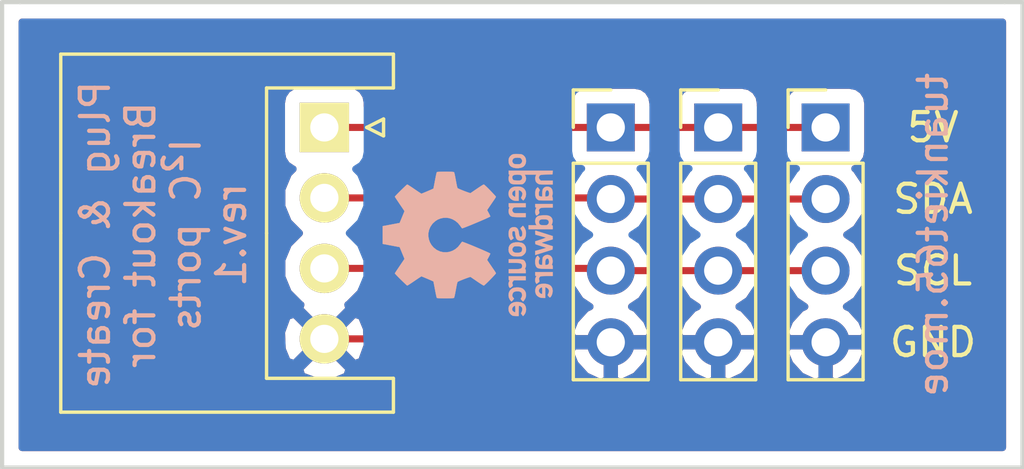
<source format=kicad_pcb>
(kicad_pcb (version 4) (host pcbnew 4.0.7)

  (general
    (links 12)
    (no_connects 0)
    (area 118.669999 101.524999 155.015001 118.185001)
    (thickness 1.6)
    (drawings 13)
    (tracks 15)
    (zones 0)
    (modules 5)
    (nets 5)
  )

  (page A4)
  (layers
    (0 F.Cu signal)
    (31 B.Cu signal)
    (32 B.Adhes user)
    (33 F.Adhes user)
    (34 B.Paste user)
    (35 F.Paste user)
    (36 B.SilkS user)
    (37 F.SilkS user)
    (38 B.Mask user)
    (39 F.Mask user)
    (40 Dwgs.User user)
    (41 Cmts.User user)
    (42 Eco1.User user)
    (43 Eco2.User user)
    (44 Edge.Cuts user)
    (45 Margin user)
    (46 B.CrtYd user)
    (47 F.CrtYd user)
    (48 B.Fab user)
    (49 F.Fab user hide)
  )

  (setup
    (last_trace_width 0.25)
    (trace_clearance 0.2)
    (zone_clearance 0.508)
    (zone_45_only no)
    (trace_min 0.2)
    (segment_width 0.2)
    (edge_width 0.15)
    (via_size 0.6)
    (via_drill 0.4)
    (via_min_size 0.4)
    (via_min_drill 0.3)
    (uvia_size 0.3)
    (uvia_drill 0.1)
    (uvias_allowed no)
    (uvia_min_size 0.2)
    (uvia_min_drill 0.1)
    (pcb_text_width 0.3)
    (pcb_text_size 1.5 1.5)
    (mod_edge_width 0.15)
    (mod_text_size 1 1)
    (mod_text_width 0.15)
    (pad_size 1.524 1.524)
    (pad_drill 0.762)
    (pad_to_mask_clearance 0.2)
    (aux_axis_origin 118.745 118.11)
    (visible_elements 7FFFFF7F)
    (pcbplotparams
      (layerselection 0x010fc_80000001)
      (usegerberextensions true)
      (excludeedgelayer true)
      (linewidth 0.100000)
      (plotframeref false)
      (viasonmask false)
      (mode 1)
      (useauxorigin true)
      (hpglpennumber 1)
      (hpglpenspeed 20)
      (hpglpendiameter 15)
      (hpglpenoverlay 2)
      (psnegative false)
      (psa4output false)
      (plotreference false)
      (plotvalue false)
      (plotinvisibletext false)
      (padsonsilk false)
      (subtractmaskfromsilk true)
      (outputformat 1)
      (mirror false)
      (drillshape 0)
      (scaleselection 1)
      (outputdirectory ../gerber/breakout_i2c/))
  )

  (net 0 "")
  (net 1 "Net-(J1-Pad1)")
  (net 2 "Net-(J1-Pad2)")
  (net 3 "Net-(J1-Pad3)")
  (net 4 GND)

  (net_class Default "This is the default net class."
    (clearance 0.2)
    (trace_width 0.25)
    (via_dia 0.6)
    (via_drill 0.4)
    (uvia_dia 0.3)
    (uvia_drill 0.1)
    (add_net GND)
    (add_net "Net-(J1-Pad1)")
    (add_net "Net-(J1-Pad2)")
    (add_net "Net-(J1-Pad3)")
  )

  (module Connectors_JST:JST_XH_S04B-XH-A_04x2.50mm_Angled (layer F.Cu) (tedit 59DAEAC3) (tstamp 59DAE29B)
    (at 130.175 106.045 270)
    (descr "JST XH series connector, S04B-XH-A, side entry type, through hole")
    (tags "connector jst xh tht side horizontal angled 2.50mm")
    (path /59DAE1F4)
    (fp_text reference J1 (at 3.75 -3.5 270) (layer F.SilkS) hide
      (effects (font (size 1 1) (thickness 0.15)))
    )
    (fp_text value Master (at 3.75 10.3 270) (layer F.Fab)
      (effects (font (size 1 1) (thickness 0.15)))
    )
    (fp_line (start -2.45 -2.3) (end -2.45 9.2) (layer F.Fab) (width 0.1))
    (fp_line (start -2.45 9.2) (end 9.95 9.2) (layer F.Fab) (width 0.1))
    (fp_line (start 9.95 9.2) (end 9.95 -2.3) (layer F.Fab) (width 0.1))
    (fp_line (start 9.95 -2.3) (end -2.45 -2.3) (layer F.Fab) (width 0.1))
    (fp_line (start -2.95 -2.8) (end -2.95 9.7) (layer F.CrtYd) (width 0.05))
    (fp_line (start -2.95 9.7) (end 10.45 9.7) (layer F.CrtYd) (width 0.05))
    (fp_line (start 10.45 9.7) (end 10.45 -2.8) (layer F.CrtYd) (width 0.05))
    (fp_line (start 10.45 -2.8) (end -2.95 -2.8) (layer F.CrtYd) (width 0.05))
    (fp_line (start 3.75 9.35) (end -2.6 9.35) (layer F.SilkS) (width 0.12))
    (fp_line (start -2.6 9.35) (end -2.6 -2.45) (layer F.SilkS) (width 0.12))
    (fp_line (start -2.6 -2.45) (end -1.4 -2.45) (layer F.SilkS) (width 0.12))
    (fp_line (start -1.4 -2.45) (end -1.4 2.05) (layer F.SilkS) (width 0.12))
    (fp_line (start -1.4 2.05) (end 3.75 2.05) (layer F.SilkS) (width 0.12))
    (fp_line (start 3.75 9.35) (end 10.1 9.35) (layer F.SilkS) (width 0.12))
    (fp_line (start 10.1 9.35) (end 10.1 -2.45) (layer F.SilkS) (width 0.12))
    (fp_line (start 10.1 -2.45) (end 8.9 -2.45) (layer F.SilkS) (width 0.12))
    (fp_line (start 8.9 -2.45) (end 8.9 2.05) (layer F.SilkS) (width 0.12))
    (fp_line (start 8.9 2.05) (end 3.75 2.05) (layer F.SilkS) (width 0.12))
    (fp_line (start -0.25 3.45) (end -0.25 8.7) (layer F.Fab) (width 0.1))
    (fp_line (start -0.25 8.7) (end 0.25 8.7) (layer F.Fab) (width 0.1))
    (fp_line (start 0.25 8.7) (end 0.25 3.45) (layer F.Fab) (width 0.1))
    (fp_line (start 0.25 3.45) (end -0.25 3.45) (layer F.Fab) (width 0.1))
    (fp_line (start 2.25 3.45) (end 2.25 8.7) (layer F.Fab) (width 0.1))
    (fp_line (start 2.25 8.7) (end 2.75 8.7) (layer F.Fab) (width 0.1))
    (fp_line (start 2.75 8.7) (end 2.75 3.45) (layer F.Fab) (width 0.1))
    (fp_line (start 2.75 3.45) (end 2.25 3.45) (layer F.Fab) (width 0.1))
    (fp_line (start 4.75 3.45) (end 4.75 8.7) (layer F.Fab) (width 0.1))
    (fp_line (start 4.75 8.7) (end 5.25 8.7) (layer F.Fab) (width 0.1))
    (fp_line (start 5.25 8.7) (end 5.25 3.45) (layer F.Fab) (width 0.1))
    (fp_line (start 5.25 3.45) (end 4.75 3.45) (layer F.Fab) (width 0.1))
    (fp_line (start 7.25 3.45) (end 7.25 8.7) (layer F.Fab) (width 0.1))
    (fp_line (start 7.25 8.7) (end 7.75 8.7) (layer F.Fab) (width 0.1))
    (fp_line (start 7.75 8.7) (end 7.75 3.45) (layer F.Fab) (width 0.1))
    (fp_line (start 7.75 3.45) (end 7.25 3.45) (layer F.Fab) (width 0.1))
    (fp_line (start 0 -1.5) (end -0.3 -2.1) (layer F.SilkS) (width 0.12))
    (fp_line (start -0.3 -2.1) (end 0.3 -2.1) (layer F.SilkS) (width 0.12))
    (fp_line (start 0.3 -2.1) (end 0 -1.5) (layer F.SilkS) (width 0.12))
    (fp_line (start 0 -1.5) (end -0.3 -2.1) (layer F.Fab) (width 0.1))
    (fp_line (start -0.3 -2.1) (end 0.3 -2.1) (layer F.Fab) (width 0.1))
    (fp_line (start 0.3 -2.1) (end 0 -1.5) (layer F.Fab) (width 0.1))
    (fp_text user %R (at 3.75 2.25 270) (layer F.Fab)
      (effects (font (size 1 1) (thickness 0.15)))
    )
    (pad 1 thru_hole rect (at 0 0 270) (size 1.75 1.75) (drill 1) (layers *.Cu *.Mask F.SilkS)
      (net 1 "Net-(J1-Pad1)"))
    (pad 2 thru_hole circle (at 2.5 0 270) (size 1.75 1.75) (drill 1) (layers *.Cu *.Mask F.SilkS)
      (net 2 "Net-(J1-Pad2)"))
    (pad 3 thru_hole circle (at 5 0 270) (size 1.75 1.75) (drill 1) (layers *.Cu *.Mask F.SilkS)
      (net 3 "Net-(J1-Pad3)"))
    (pad 4 thru_hole circle (at 7.5 0 270) (size 1.75 1.75) (drill 1) (layers *.Cu *.Mask F.SilkS)
      (net 4 GND))
    (model Connectors_JST.3dshapes/JST_XH_S04B-XH-A_04x2.50mm_Angled.wrl
      (at (xyz 0 0 0))
      (scale (xyz 1 1 1))
      (rotate (xyz 0 0 0))
    )
  )

  (module Pin_Headers:Pin_Header_Straight_1x04_Pitch2.54mm (layer F.Cu) (tedit 59DAEAD2) (tstamp 59DAE2F1)
    (at 147.955 106.045)
    (descr "Through hole straight pin header, 1x04, 2.54mm pitch, single row")
    (tags "Through hole pin header THT 1x04 2.54mm single row")
    (path /59DAE343)
    (fp_text reference J2 (at 0 -2.33) (layer F.SilkS) hide
      (effects (font (size 1 1) (thickness 0.15)))
    )
    (fp_text value Slave1 (at 0 9.95) (layer F.Fab)
      (effects (font (size 1 1) (thickness 0.15)))
    )
    (fp_line (start -0.635 -1.27) (end 1.27 -1.27) (layer F.Fab) (width 0.1))
    (fp_line (start 1.27 -1.27) (end 1.27 8.89) (layer F.Fab) (width 0.1))
    (fp_line (start 1.27 8.89) (end -1.27 8.89) (layer F.Fab) (width 0.1))
    (fp_line (start -1.27 8.89) (end -1.27 -0.635) (layer F.Fab) (width 0.1))
    (fp_line (start -1.27 -0.635) (end -0.635 -1.27) (layer F.Fab) (width 0.1))
    (fp_line (start -1.33 8.95) (end 1.33 8.95) (layer F.SilkS) (width 0.12))
    (fp_line (start -1.33 1.27) (end -1.33 8.95) (layer F.SilkS) (width 0.12))
    (fp_line (start 1.33 1.27) (end 1.33 8.95) (layer F.SilkS) (width 0.12))
    (fp_line (start -1.33 1.27) (end 1.33 1.27) (layer F.SilkS) (width 0.12))
    (fp_line (start -1.33 0) (end -1.33 -1.33) (layer F.SilkS) (width 0.12))
    (fp_line (start -1.33 -1.33) (end 0 -1.33) (layer F.SilkS) (width 0.12))
    (fp_line (start -1.8 -1.8) (end -1.8 9.4) (layer F.CrtYd) (width 0.05))
    (fp_line (start -1.8 9.4) (end 1.8 9.4) (layer F.CrtYd) (width 0.05))
    (fp_line (start 1.8 9.4) (end 1.8 -1.8) (layer F.CrtYd) (width 0.05))
    (fp_line (start 1.8 -1.8) (end -1.8 -1.8) (layer F.CrtYd) (width 0.05))
    (fp_text user %R (at 0 3.81 90) (layer F.Fab)
      (effects (font (size 1 1) (thickness 0.15)))
    )
    (pad 1 thru_hole rect (at 0 0) (size 1.7 1.7) (drill 1) (layers *.Cu *.Mask)
      (net 1 "Net-(J1-Pad1)"))
    (pad 2 thru_hole oval (at 0 2.54) (size 1.7 1.7) (drill 1) (layers *.Cu *.Mask)
      (net 2 "Net-(J1-Pad2)"))
    (pad 3 thru_hole oval (at 0 5.08) (size 1.7 1.7) (drill 1) (layers *.Cu *.Mask)
      (net 3 "Net-(J1-Pad3)"))
    (pad 4 thru_hole oval (at 0 7.62) (size 1.7 1.7) (drill 1) (layers *.Cu *.Mask)
      (net 4 GND))
    (model ${KISYS3DMOD}/Pin_Headers.3dshapes/Pin_Header_Straight_1x04_Pitch2.54mm.wrl
      (at (xyz 0 0 0))
      (scale (xyz 1 1 1))
      (rotate (xyz 0 0 0))
    )
  )

  (module Pin_Headers:Pin_Header_Straight_1x04_Pitch2.54mm (layer F.Cu) (tedit 59DAEAC7) (tstamp 59DAE2F8)
    (at 140.335 106.045)
    (descr "Through hole straight pin header, 1x04, 2.54mm pitch, single row")
    (tags "Through hole pin header THT 1x04 2.54mm single row")
    (path /59DAE399)
    (fp_text reference J3 (at 0 -2.33) (layer F.SilkS) hide
      (effects (font (size 1 1) (thickness 0.15)))
    )
    (fp_text value Slave2 (at 0 9.95) (layer F.Fab)
      (effects (font (size 1 1) (thickness 0.15)))
    )
    (fp_line (start -0.635 -1.27) (end 1.27 -1.27) (layer F.Fab) (width 0.1))
    (fp_line (start 1.27 -1.27) (end 1.27 8.89) (layer F.Fab) (width 0.1))
    (fp_line (start 1.27 8.89) (end -1.27 8.89) (layer F.Fab) (width 0.1))
    (fp_line (start -1.27 8.89) (end -1.27 -0.635) (layer F.Fab) (width 0.1))
    (fp_line (start -1.27 -0.635) (end -0.635 -1.27) (layer F.Fab) (width 0.1))
    (fp_line (start -1.33 8.95) (end 1.33 8.95) (layer F.SilkS) (width 0.12))
    (fp_line (start -1.33 1.27) (end -1.33 8.95) (layer F.SilkS) (width 0.12))
    (fp_line (start 1.33 1.27) (end 1.33 8.95) (layer F.SilkS) (width 0.12))
    (fp_line (start -1.33 1.27) (end 1.33 1.27) (layer F.SilkS) (width 0.12))
    (fp_line (start -1.33 0) (end -1.33 -1.33) (layer F.SilkS) (width 0.12))
    (fp_line (start -1.33 -1.33) (end 0 -1.33) (layer F.SilkS) (width 0.12))
    (fp_line (start -1.8 -1.8) (end -1.8 9.4) (layer F.CrtYd) (width 0.05))
    (fp_line (start -1.8 9.4) (end 1.8 9.4) (layer F.CrtYd) (width 0.05))
    (fp_line (start 1.8 9.4) (end 1.8 -1.8) (layer F.CrtYd) (width 0.05))
    (fp_line (start 1.8 -1.8) (end -1.8 -1.8) (layer F.CrtYd) (width 0.05))
    (fp_text user %R (at 0 3.81 90) (layer F.Fab)
      (effects (font (size 1 1) (thickness 0.15)))
    )
    (pad 1 thru_hole rect (at 0 0) (size 1.7 1.7) (drill 1) (layers *.Cu *.Mask)
      (net 1 "Net-(J1-Pad1)"))
    (pad 2 thru_hole oval (at 0 2.54) (size 1.7 1.7) (drill 1) (layers *.Cu *.Mask)
      (net 2 "Net-(J1-Pad2)"))
    (pad 3 thru_hole oval (at 0 5.08) (size 1.7 1.7) (drill 1) (layers *.Cu *.Mask)
      (net 3 "Net-(J1-Pad3)"))
    (pad 4 thru_hole oval (at 0 7.62) (size 1.7 1.7) (drill 1) (layers *.Cu *.Mask)
      (net 4 GND))
    (model ${KISYS3DMOD}/Pin_Headers.3dshapes/Pin_Header_Straight_1x04_Pitch2.54mm.wrl
      (at (xyz 0 0 0))
      (scale (xyz 1 1 1))
      (rotate (xyz 0 0 0))
    )
  )

  (module Pin_Headers:Pin_Header_Straight_1x04_Pitch2.54mm (layer F.Cu) (tedit 59DAEACF) (tstamp 59DAE2FF)
    (at 144.145 106.045)
    (descr "Through hole straight pin header, 1x04, 2.54mm pitch, single row")
    (tags "Through hole pin header THT 1x04 2.54mm single row")
    (path /59DAE417)
    (fp_text reference J4 (at 0 -2.33) (layer F.SilkS) hide
      (effects (font (size 1 1) (thickness 0.15)))
    )
    (fp_text value Slave3 (at 0 9.95) (layer F.Fab)
      (effects (font (size 1 1) (thickness 0.15)))
    )
    (fp_line (start -0.635 -1.27) (end 1.27 -1.27) (layer F.Fab) (width 0.1))
    (fp_line (start 1.27 -1.27) (end 1.27 8.89) (layer F.Fab) (width 0.1))
    (fp_line (start 1.27 8.89) (end -1.27 8.89) (layer F.Fab) (width 0.1))
    (fp_line (start -1.27 8.89) (end -1.27 -0.635) (layer F.Fab) (width 0.1))
    (fp_line (start -1.27 -0.635) (end -0.635 -1.27) (layer F.Fab) (width 0.1))
    (fp_line (start -1.33 8.95) (end 1.33 8.95) (layer F.SilkS) (width 0.12))
    (fp_line (start -1.33 1.27) (end -1.33 8.95) (layer F.SilkS) (width 0.12))
    (fp_line (start 1.33 1.27) (end 1.33 8.95) (layer F.SilkS) (width 0.12))
    (fp_line (start -1.33 1.27) (end 1.33 1.27) (layer F.SilkS) (width 0.12))
    (fp_line (start -1.33 0) (end -1.33 -1.33) (layer F.SilkS) (width 0.12))
    (fp_line (start -1.33 -1.33) (end 0 -1.33) (layer F.SilkS) (width 0.12))
    (fp_line (start -1.8 -1.8) (end -1.8 9.4) (layer F.CrtYd) (width 0.05))
    (fp_line (start -1.8 9.4) (end 1.8 9.4) (layer F.CrtYd) (width 0.05))
    (fp_line (start 1.8 9.4) (end 1.8 -1.8) (layer F.CrtYd) (width 0.05))
    (fp_line (start 1.8 -1.8) (end -1.8 -1.8) (layer F.CrtYd) (width 0.05))
    (fp_text user %R (at 0 3.81 90) (layer F.Fab)
      (effects (font (size 1 1) (thickness 0.15)))
    )
    (pad 1 thru_hole rect (at 0 0) (size 1.7 1.7) (drill 1) (layers *.Cu *.Mask)
      (net 1 "Net-(J1-Pad1)"))
    (pad 2 thru_hole oval (at 0 2.54) (size 1.7 1.7) (drill 1) (layers *.Cu *.Mask)
      (net 2 "Net-(J1-Pad2)"))
    (pad 3 thru_hole oval (at 0 5.08) (size 1.7 1.7) (drill 1) (layers *.Cu *.Mask)
      (net 3 "Net-(J1-Pad3)"))
    (pad 4 thru_hole oval (at 0 7.62) (size 1.7 1.7) (drill 1) (layers *.Cu *.Mask)
      (net 4 GND))
    (model ${KISYS3DMOD}/Pin_Headers.3dshapes/Pin_Header_Straight_1x04_Pitch2.54mm.wrl
      (at (xyz 0 0 0))
      (scale (xyz 1 1 1))
      (rotate (xyz 0 0 0))
    )
  )

  (module Symbols:OSHW-Logo_5.7x6mm_SilkScreen (layer B.Cu) (tedit 0) (tstamp 59DD73CE)
    (at 135.255 109.855 270)
    (descr "Open Source Hardware Logo")
    (tags "Logo OSHW")
    (attr virtual)
    (fp_text reference REF*** (at 0 0 270) (layer B.SilkS) hide
      (effects (font (size 1 1) (thickness 0.15)) (justify mirror))
    )
    (fp_text value OSHW-Logo_5.7x6mm_SilkScreen (at 0.75 0 270) (layer B.Fab) hide
      (effects (font (size 1 1) (thickness 0.15)) (justify mirror))
    )
    (fp_poly (pts (xy -1.908759 -1.469184) (xy -1.882247 -1.482282) (xy -1.849553 -1.505106) (xy -1.825725 -1.529996)
      (xy -1.809406 -1.561249) (xy -1.79924 -1.603166) (xy -1.793872 -1.660044) (xy -1.791944 -1.736184)
      (xy -1.791831 -1.768917) (xy -1.792161 -1.840656) (xy -1.793527 -1.891927) (xy -1.7965 -1.927404)
      (xy -1.801649 -1.951763) (xy -1.809543 -1.96968) (xy -1.817757 -1.981902) (xy -1.870187 -2.033905)
      (xy -1.93193 -2.065184) (xy -1.998536 -2.074592) (xy -2.065558 -2.06098) (xy -2.086792 -2.051354)
      (xy -2.137624 -2.024859) (xy -2.137624 -2.440052) (xy -2.100525 -2.420868) (xy -2.051643 -2.406025)
      (xy -1.991561 -2.402222) (xy -1.931564 -2.409243) (xy -1.886256 -2.425013) (xy -1.848675 -2.455047)
      (xy -1.816564 -2.498024) (xy -1.81415 -2.502436) (xy -1.803967 -2.523221) (xy -1.79653 -2.54417)
      (xy -1.791411 -2.569548) (xy -1.788181 -2.603618) (xy -1.786413 -2.650641) (xy -1.785677 -2.714882)
      (xy -1.785544 -2.787176) (xy -1.785544 -3.017822) (xy -1.923861 -3.017822) (xy -1.923861 -2.592533)
      (xy -1.962549 -2.559979) (xy -2.002738 -2.53394) (xy -2.040797 -2.529205) (xy -2.079066 -2.541389)
      (xy -2.099462 -2.55332) (xy -2.114642 -2.570313) (xy -2.125438 -2.595995) (xy -2.132683 -2.633991)
      (xy -2.137208 -2.687926) (xy -2.139844 -2.761425) (xy -2.140772 -2.810347) (xy -2.143911 -3.011535)
      (xy -2.209926 -3.015336) (xy -2.27594 -3.019136) (xy -2.27594 -1.77065) (xy -2.137624 -1.77065)
      (xy -2.134097 -1.840254) (xy -2.122215 -1.888569) (xy -2.10002 -1.918631) (xy -2.065559 -1.933471)
      (xy -2.030742 -1.936436) (xy -1.991329 -1.933028) (xy -1.965171 -1.919617) (xy -1.948814 -1.901896)
      (xy -1.935937 -1.882835) (xy -1.928272 -1.861601) (xy -1.924861 -1.831849) (xy -1.924749 -1.787236)
      (xy -1.925897 -1.74988) (xy -1.928532 -1.693604) (xy -1.932456 -1.656658) (xy -1.939063 -1.633223)
      (xy -1.949749 -1.61748) (xy -1.959833 -1.60838) (xy -2.00197 -1.588537) (xy -2.05184 -1.585332)
      (xy -2.080476 -1.592168) (xy -2.108828 -1.616464) (xy -2.127609 -1.663728) (xy -2.136712 -1.733624)
      (xy -2.137624 -1.77065) (xy -2.27594 -1.77065) (xy -2.27594 -1.458614) (xy -2.206782 -1.458614)
      (xy -2.16526 -1.460256) (xy -2.143838 -1.466087) (xy -2.137626 -1.477461) (xy -2.137624 -1.477798)
      (xy -2.134742 -1.488938) (xy -2.12203 -1.487673) (xy -2.096757 -1.475433) (xy -2.037869 -1.456707)
      (xy -1.971615 -1.454739) (xy -1.908759 -1.469184)) (layer B.SilkS) (width 0.01))
    (fp_poly (pts (xy -1.38421 -2.406555) (xy -1.325055 -2.422339) (xy -1.280023 -2.450948) (xy -1.248246 -2.488419)
      (xy -1.238366 -2.504411) (xy -1.231073 -2.521163) (xy -1.225974 -2.542592) (xy -1.222679 -2.572616)
      (xy -1.220797 -2.615154) (xy -1.219937 -2.674122) (xy -1.219707 -2.75344) (xy -1.219703 -2.774484)
      (xy -1.219703 -3.017822) (xy -1.280059 -3.017822) (xy -1.318557 -3.015126) (xy -1.347023 -3.008295)
      (xy -1.354155 -3.004083) (xy -1.373652 -2.996813) (xy -1.393566 -3.004083) (xy -1.426353 -3.01316)
      (xy -1.473978 -3.016813) (xy -1.526764 -3.015228) (xy -1.575036 -3.008589) (xy -1.603218 -3.000072)
      (xy -1.657753 -2.965063) (xy -1.691835 -2.916479) (xy -1.707157 -2.851882) (xy -1.707299 -2.850223)
      (xy -1.705955 -2.821566) (xy -1.584356 -2.821566) (xy -1.573726 -2.854161) (xy -1.55641 -2.872505)
      (xy -1.521652 -2.886379) (xy -1.475773 -2.891917) (xy -1.428988 -2.889191) (xy -1.391514 -2.878274)
      (xy -1.381015 -2.871269) (xy -1.362668 -2.838904) (xy -1.35802 -2.802111) (xy -1.35802 -2.753763)
      (xy -1.427582 -2.753763) (xy -1.493667 -2.75885) (xy -1.543764 -2.773263) (xy -1.574929 -2.795729)
      (xy -1.584356 -2.821566) (xy -1.705955 -2.821566) (xy -1.703987 -2.779647) (xy -1.68071 -2.723845)
      (xy -1.636948 -2.681647) (xy -1.630899 -2.677808) (xy -1.604907 -2.665309) (xy -1.572735 -2.65774)
      (xy -1.52776 -2.654061) (xy -1.474331 -2.653216) (xy -1.35802 -2.653169) (xy -1.35802 -2.604411)
      (xy -1.362953 -2.566581) (xy -1.375543 -2.541236) (xy -1.377017 -2.539887) (xy -1.405034 -2.5288)
      (xy -1.447326 -2.524503) (xy -1.494064 -2.526615) (xy -1.535418 -2.534756) (xy -1.559957 -2.546965)
      (xy -1.573253 -2.556746) (xy -1.587294 -2.558613) (xy -1.606671 -2.5506) (xy -1.635976 -2.530739)
      (xy -1.679803 -2.497063) (xy -1.683825 -2.493909) (xy -1.681764 -2.482236) (xy -1.664568 -2.462822)
      (xy -1.638433 -2.441248) (xy -1.609552 -2.423096) (xy -1.600478 -2.418809) (xy -1.56738 -2.410256)
      (xy -1.51888 -2.404155) (xy -1.464695 -2.401708) (xy -1.462161 -2.401703) (xy -1.38421 -2.406555)) (layer B.SilkS) (width 0.01))
    (fp_poly (pts (xy -0.993356 -2.40302) (xy -0.974539 -2.40866) (xy -0.968473 -2.421053) (xy -0.968218 -2.426647)
      (xy -0.967129 -2.44223) (xy -0.959632 -2.444676) (xy -0.939381 -2.433993) (xy -0.927351 -2.426694)
      (xy -0.8894 -2.411063) (xy -0.844072 -2.403334) (xy -0.796544 -2.40274) (xy -0.751995 -2.408513)
      (xy -0.715602 -2.419884) (xy -0.692543 -2.436088) (xy -0.687996 -2.456355) (xy -0.690291 -2.461843)
      (xy -0.70702 -2.484626) (xy -0.732963 -2.512647) (xy -0.737655 -2.517177) (xy -0.762383 -2.538005)
      (xy -0.783718 -2.544735) (xy -0.813555 -2.540038) (xy -0.825508 -2.536917) (xy -0.862705 -2.529421)
      (xy -0.888859 -2.532792) (xy -0.910946 -2.544681) (xy -0.931178 -2.560635) (xy -0.946079 -2.5807)
      (xy -0.956434 -2.608702) (xy -0.963029 -2.648467) (xy -0.966649 -2.703823) (xy -0.968078 -2.778594)
      (xy -0.968218 -2.82374) (xy -0.968218 -3.017822) (xy -1.09396 -3.017822) (xy -1.09396 -2.401683)
      (xy -1.031089 -2.401683) (xy -0.993356 -2.40302)) (layer B.SilkS) (width 0.01))
    (fp_poly (pts (xy -0.201188 -3.017822) (xy -0.270346 -3.017822) (xy -0.310488 -3.016645) (xy -0.331394 -3.011772)
      (xy -0.338922 -3.001186) (xy -0.339505 -2.994029) (xy -0.340774 -2.979676) (xy -0.348779 -2.976923)
      (xy -0.369815 -2.985771) (xy -0.386173 -2.994029) (xy -0.448977 -3.013597) (xy -0.517248 -3.014729)
      (xy -0.572752 -3.000135) (xy -0.624438 -2.964877) (xy -0.663838 -2.912835) (xy -0.685413 -2.85145)
      (xy -0.685962 -2.848018) (xy -0.689167 -2.810571) (xy -0.690761 -2.756813) (xy -0.690633 -2.716155)
      (xy -0.553279 -2.716155) (xy -0.550097 -2.770194) (xy -0.542859 -2.814735) (xy -0.53306 -2.839888)
      (xy -0.495989 -2.87426) (xy -0.451974 -2.886582) (xy -0.406584 -2.876618) (xy -0.367797 -2.846895)
      (xy -0.353108 -2.826905) (xy -0.344519 -2.80305) (xy -0.340496 -2.76823) (xy -0.339505 -2.71593)
      (xy -0.341278 -2.664139) (xy -0.345963 -2.618634) (xy -0.352603 -2.588181) (xy -0.35371 -2.585452)
      (xy -0.380491 -2.553) (xy -0.419579 -2.535183) (xy -0.463315 -2.532306) (xy -0.504038 -2.544674)
      (xy -0.534087 -2.572593) (xy -0.537204 -2.578148) (xy -0.546961 -2.612022) (xy -0.552277 -2.660728)
      (xy -0.553279 -2.716155) (xy -0.690633 -2.716155) (xy -0.690568 -2.69554) (xy -0.689664 -2.662563)
      (xy -0.683514 -2.580981) (xy -0.670733 -2.51973) (xy -0.649471 -2.474449) (xy -0.617878 -2.440779)
      (xy -0.587207 -2.421014) (xy -0.544354 -2.40712) (xy -0.491056 -2.402354) (xy -0.43648 -2.406236)
      (xy -0.389792 -2.418282) (xy -0.365124 -2.432693) (xy -0.339505 -2.455878) (xy -0.339505 -2.162773)
      (xy -0.201188 -2.162773) (xy -0.201188 -3.017822)) (layer B.SilkS) (width 0.01))
    (fp_poly (pts (xy 0.281524 -2.404237) (xy 0.331255 -2.407971) (xy 0.461291 -2.797773) (xy 0.481678 -2.728614)
      (xy 0.493946 -2.685874) (xy 0.510085 -2.628115) (xy 0.527512 -2.564625) (xy 0.536726 -2.53057)
      (xy 0.571388 -2.401683) (xy 0.714391 -2.401683) (xy 0.671646 -2.536857) (xy 0.650596 -2.603342)
      (xy 0.625167 -2.683539) (xy 0.59861 -2.767193) (xy 0.574902 -2.841782) (xy 0.520902 -3.011535)
      (xy 0.462598 -3.015328) (xy 0.404295 -3.019122) (xy 0.372679 -2.914734) (xy 0.353182 -2.849889)
      (xy 0.331904 -2.7784) (xy 0.313308 -2.715263) (xy 0.312574 -2.71275) (xy 0.298684 -2.669969)
      (xy 0.286429 -2.640779) (xy 0.277846 -2.629741) (xy 0.276082 -2.631018) (xy 0.269891 -2.64813)
      (xy 0.258128 -2.684787) (xy 0.242225 -2.736378) (xy 0.223614 -2.798294) (xy 0.213543 -2.832352)
      (xy 0.159007 -3.017822) (xy 0.043264 -3.017822) (xy -0.049263 -2.725471) (xy -0.075256 -2.643462)
      (xy -0.098934 -2.568987) (xy -0.11918 -2.505544) (xy -0.134874 -2.456632) (xy -0.144898 -2.425749)
      (xy -0.147945 -2.416726) (xy -0.145533 -2.407487) (xy -0.126592 -2.403441) (xy -0.087177 -2.403846)
      (xy -0.081007 -2.404152) (xy -0.007914 -2.407971) (xy 0.039957 -2.58401) (xy 0.057553 -2.648211)
      (xy 0.073277 -2.704649) (xy 0.085746 -2.748422) (xy 0.093574 -2.77463) (xy 0.09502 -2.778903)
      (xy 0.101014 -2.77399) (xy 0.113101 -2.748532) (xy 0.129893 -2.705997) (xy 0.150003 -2.64985)
      (xy 0.167003 -2.59913) (xy 0.231794 -2.400504) (xy 0.281524 -2.404237)) (layer B.SilkS) (width 0.01))
    (fp_poly (pts (xy 1.038411 -2.405417) (xy 1.091411 -2.41829) (xy 1.106731 -2.42511) (xy 1.136428 -2.442974)
      (xy 1.15922 -2.463093) (xy 1.176083 -2.488962) (xy 1.187998 -2.524073) (xy 1.195942 -2.57192)
      (xy 1.200894 -2.635996) (xy 1.203831 -2.719794) (xy 1.204947 -2.775768) (xy 1.209052 -3.017822)
      (xy 1.138932 -3.017822) (xy 1.096393 -3.016038) (xy 1.074476 -3.009942) (xy 1.068812 -2.999706)
      (xy 1.065821 -2.988637) (xy 1.052451 -2.990754) (xy 1.034233 -2.999629) (xy 0.988624 -3.013233)
      (xy 0.930007 -3.016899) (xy 0.868354 -3.010903) (xy 0.813638 -2.995521) (xy 0.80873 -2.993386)
      (xy 0.758723 -2.958255) (xy 0.725756 -2.909419) (xy 0.710587 -2.852333) (xy 0.711746 -2.831824)
      (xy 0.835508 -2.831824) (xy 0.846413 -2.859425) (xy 0.878745 -2.879204) (xy 0.93091 -2.889819)
      (xy 0.958787 -2.891228) (xy 1.005247 -2.88762) (xy 1.036129 -2.873597) (xy 1.043664 -2.866931)
      (xy 1.064076 -2.830666) (xy 1.068812 -2.797773) (xy 1.068812 -2.753763) (xy 1.007513 -2.753763)
      (xy 0.936256 -2.757395) (xy 0.886276 -2.768818) (xy 0.854696 -2.788824) (xy 0.847626 -2.797743)
      (xy 0.835508 -2.831824) (xy 0.711746 -2.831824) (xy 0.713971 -2.792456) (xy 0.736663 -2.735244)
      (xy 0.767624 -2.69658) (xy 0.786376 -2.679864) (xy 0.804733 -2.668878) (xy 0.828619 -2.66218)
      (xy 0.863957 -2.658326) (xy 0.916669 -2.655873) (xy 0.937577 -2.655168) (xy 1.068812 -2.650879)
      (xy 1.06862 -2.611158) (xy 1.063537 -2.569405) (xy 1.045162 -2.544158) (xy 1.008039 -2.52803)
      (xy 1.007043 -2.527742) (xy 0.95441 -2.5214) (xy 0.902906 -2.529684) (xy 0.86463 -2.549827)
      (xy 0.849272 -2.559773) (xy 0.83273 -2.558397) (xy 0.807275 -2.543987) (xy 0.792328 -2.533817)
      (xy 0.763091 -2.512088) (xy 0.74498 -2.4958) (xy 0.742074 -2.491137) (xy 0.75404 -2.467005)
      (xy 0.789396 -2.438185) (xy 0.804753 -2.428461) (xy 0.848901 -2.411714) (xy 0.908398 -2.402227)
      (xy 0.974487 -2.400095) (xy 1.038411 -2.405417)) (layer B.SilkS) (width 0.01))
    (fp_poly (pts (xy 1.635255 -2.401486) (xy 1.683595 -2.411015) (xy 1.711114 -2.425125) (xy 1.740064 -2.448568)
      (xy 1.698876 -2.500571) (xy 1.673482 -2.532064) (xy 1.656238 -2.547428) (xy 1.639102 -2.549776)
      (xy 1.614027 -2.542217) (xy 1.602257 -2.537941) (xy 1.55427 -2.531631) (xy 1.510324 -2.545156)
      (xy 1.47806 -2.57571) (xy 1.472819 -2.585452) (xy 1.467112 -2.611258) (xy 1.462706 -2.658817)
      (xy 1.459811 -2.724758) (xy 1.458631 -2.80571) (xy 1.458614 -2.817226) (xy 1.458614 -3.017822)
      (xy 1.320297 -3.017822) (xy 1.320297 -2.401683) (xy 1.389456 -2.401683) (xy 1.429333 -2.402725)
      (xy 1.450107 -2.407358) (xy 1.457789 -2.417849) (xy 1.458614 -2.427745) (xy 1.458614 -2.453806)
      (xy 1.491745 -2.427745) (xy 1.529735 -2.409965) (xy 1.58077 -2.401174) (xy 1.635255 -2.401486)) (layer B.SilkS) (width 0.01))
    (fp_poly (pts (xy 2.032581 -2.40497) (xy 2.092685 -2.420597) (xy 2.143021 -2.452848) (xy 2.167393 -2.47694)
      (xy 2.207345 -2.533895) (xy 2.230242 -2.599965) (xy 2.238108 -2.681182) (xy 2.238148 -2.687748)
      (xy 2.238218 -2.753763) (xy 1.858264 -2.753763) (xy 1.866363 -2.788342) (xy 1.880987 -2.819659)
      (xy 1.906581 -2.852291) (xy 1.911935 -2.8575) (xy 1.957943 -2.885694) (xy 2.01041 -2.890475)
      (xy 2.070803 -2.871926) (xy 2.08104 -2.866931) (xy 2.112439 -2.851745) (xy 2.13347 -2.843094)
      (xy 2.137139 -2.842293) (xy 2.149948 -2.850063) (xy 2.174378 -2.869072) (xy 2.186779 -2.87946)
      (xy 2.212476 -2.903321) (xy 2.220915 -2.919077) (xy 2.215058 -2.933571) (xy 2.211928 -2.937534)
      (xy 2.190725 -2.954879) (xy 2.155738 -2.975959) (xy 2.131337 -2.988265) (xy 2.062072 -3.009946)
      (xy 1.985388 -3.016971) (xy 1.912765 -3.008647) (xy 1.892426 -3.002686) (xy 1.829476 -2.968952)
      (xy 1.782815 -2.917045) (xy 1.752173 -2.846459) (xy 1.737282 -2.756692) (xy 1.735647 -2.709753)
      (xy 1.740421 -2.641413) (xy 1.86099 -2.641413) (xy 1.872652 -2.646465) (xy 1.903998 -2.650429)
      (xy 1.949571 -2.652768) (xy 1.980446 -2.653169) (xy 2.035981 -2.652783) (xy 2.071033 -2.650975)
      (xy 2.090262 -2.646773) (xy 2.09833 -2.639203) (xy 2.099901 -2.628218) (xy 2.089121 -2.594381)
      (xy 2.06198 -2.56094) (xy 2.026277 -2.535272) (xy 1.99056 -2.524772) (xy 1.942048 -2.534086)
      (xy 1.900053 -2.561013) (xy 1.870936 -2.599827) (xy 1.86099 -2.641413) (xy 1.740421 -2.641413)
      (xy 1.742599 -2.610236) (xy 1.764055 -2.530949) (xy 1.80047 -2.471263) (xy 1.852297 -2.430549)
      (xy 1.91999 -2.408179) (xy 1.956662 -2.403871) (xy 2.032581 -2.40497)) (layer B.SilkS) (width 0.01))
    (fp_poly (pts (xy -2.538261 -1.465148) (xy -2.472479 -1.494231) (xy -2.42254 -1.542793) (xy -2.388374 -1.610908)
      (xy -2.369907 -1.698651) (xy -2.368583 -1.712351) (xy -2.367546 -1.808939) (xy -2.380993 -1.893602)
      (xy -2.408108 -1.962221) (xy -2.422627 -1.984294) (xy -2.473201 -2.031011) (xy -2.537609 -2.061268)
      (xy -2.609666 -2.073824) (xy -2.683185 -2.067439) (xy -2.739072 -2.047772) (xy -2.787132 -2.014629)
      (xy -2.826412 -1.971175) (xy -2.827092 -1.970158) (xy -2.843044 -1.943338) (xy -2.85341 -1.916368)
      (xy -2.859688 -1.882332) (xy -2.863373 -1.83431) (xy -2.864997 -1.794931) (xy -2.865672 -1.759219)
      (xy -2.739955 -1.759219) (xy -2.738726 -1.79477) (xy -2.734266 -1.842094) (xy -2.726397 -1.872465)
      (xy -2.712207 -1.894072) (xy -2.698917 -1.906694) (xy -2.651802 -1.933122) (xy -2.602505 -1.936653)
      (xy -2.556593 -1.917639) (xy -2.533638 -1.896331) (xy -2.517096 -1.874859) (xy -2.507421 -1.854313)
      (xy -2.503174 -1.827574) (xy -2.50292 -1.787523) (xy -2.504228 -1.750638) (xy -2.507043 -1.697947)
      (xy -2.511505 -1.663772) (xy -2.519548 -1.64148) (xy -2.533103 -1.624442) (xy -2.543845 -1.614703)
      (xy -2.588777 -1.589123) (xy -2.637249 -1.587847) (xy -2.677894 -1.602999) (xy -2.712567 -1.634642)
      (xy -2.733224 -1.68662) (xy -2.739955 -1.759219) (xy -2.865672 -1.759219) (xy -2.866479 -1.716621)
      (xy -2.863948 -1.658056) (xy -2.856362 -1.614007) (xy -2.842681 -1.579248) (xy -2.821865 -1.548551)
      (xy -2.814147 -1.539436) (xy -2.765889 -1.494021) (xy -2.714128 -1.467493) (xy -2.650828 -1.456379)
      (xy -2.619961 -1.455471) (xy -2.538261 -1.465148)) (layer B.SilkS) (width 0.01))
    (fp_poly (pts (xy -1.356699 -1.472614) (xy -1.344168 -1.478514) (xy -1.300799 -1.510283) (xy -1.25979 -1.556646)
      (xy -1.229168 -1.607696) (xy -1.220459 -1.631166) (xy -1.212512 -1.673091) (xy -1.207774 -1.723757)
      (xy -1.207199 -1.744679) (xy -1.207129 -1.810693) (xy -1.587083 -1.810693) (xy -1.578983 -1.845273)
      (xy -1.559104 -1.88617) (xy -1.524347 -1.921514) (xy -1.482998 -1.944282) (xy -1.456649 -1.94901)
      (xy -1.420916 -1.943273) (xy -1.378282 -1.928882) (xy -1.363799 -1.922262) (xy -1.31024 -1.895513)
      (xy -1.264533 -1.930376) (xy -1.238158 -1.953955) (xy -1.224124 -1.973417) (xy -1.223414 -1.979129)
      (xy -1.235951 -1.992973) (xy -1.263428 -2.014012) (xy -1.288366 -2.030425) (xy -1.355664 -2.05993)
      (xy -1.43111 -2.073284) (xy -1.505888 -2.069812) (xy -1.565495 -2.051663) (xy -1.626941 -2.012784)
      (xy -1.670608 -1.961595) (xy -1.697926 -1.895367) (xy -1.710322 -1.811371) (xy -1.711421 -1.772936)
      (xy -1.707022 -1.684861) (xy -1.706482 -1.682299) (xy -1.580582 -1.682299) (xy -1.577115 -1.690558)
      (xy -1.562863 -1.695113) (xy -1.53347 -1.697065) (xy -1.484575 -1.697517) (xy -1.465748 -1.697525)
      (xy -1.408467 -1.696843) (xy -1.372141 -1.694364) (xy -1.352604 -1.689443) (xy -1.34569 -1.681434)
      (xy -1.345445 -1.678862) (xy -1.353336 -1.658423) (xy -1.373085 -1.629789) (xy -1.381575 -1.619763)
      (xy -1.413094 -1.591408) (xy -1.445949 -1.580259) (xy -1.463651 -1.579327) (xy -1.511539 -1.590981)
      (xy -1.551699 -1.622285) (xy -1.577173 -1.667752) (xy -1.577625 -1.669233) (xy -1.580582 -1.682299)
      (xy -1.706482 -1.682299) (xy -1.692392 -1.61551) (xy -1.666038 -1.560025) (xy -1.633807 -1.520639)
      (xy -1.574217 -1.477931) (xy -1.504168 -1.455109) (xy -1.429661 -1.453046) (xy -1.356699 -1.472614)) (layer B.SilkS) (width 0.01))
    (fp_poly (pts (xy 0.014017 -1.456452) (xy 0.061634 -1.465482) (xy 0.111034 -1.48437) (xy 0.116312 -1.486777)
      (xy 0.153774 -1.506476) (xy 0.179717 -1.524781) (xy 0.188103 -1.536508) (xy 0.180117 -1.555632)
      (xy 0.16072 -1.58385) (xy 0.15211 -1.594384) (xy 0.116628 -1.635847) (xy 0.070885 -1.608858)
      (xy 0.02735 -1.590878) (xy -0.02295 -1.581267) (xy -0.071188 -1.58066) (xy -0.108533 -1.589691)
      (xy -0.117495 -1.595327) (xy -0.134563 -1.621171) (xy -0.136637 -1.650941) (xy -0.123866 -1.674197)
      (xy -0.116312 -1.678708) (xy -0.093675 -1.684309) (xy -0.053885 -1.690892) (xy -0.004834 -1.697183)
      (xy 0.004215 -1.69817) (xy 0.082996 -1.711798) (xy 0.140136 -1.734946) (xy 0.17803 -1.769752)
      (xy 0.199079 -1.818354) (xy 0.205635 -1.877718) (xy 0.196577 -1.945198) (xy 0.167164 -1.998188)
      (xy 0.117278 -2.036783) (xy 0.0468 -2.061081) (xy -0.031435 -2.070667) (xy -0.095234 -2.070552)
      (xy -0.146984 -2.061845) (xy -0.182327 -2.049825) (xy -0.226983 -2.02888) (xy -0.268253 -2.004574)
      (xy -0.282921 -1.993876) (xy -0.320643 -1.963084) (xy -0.275148 -1.917049) (xy -0.229653 -1.871013)
      (xy -0.177928 -1.905243) (xy -0.126048 -1.930952) (xy -0.070649 -1.944399) (xy -0.017395 -1.945818)
      (xy 0.028049 -1.935443) (xy 0.060016 -1.913507) (xy 0.070338 -1.894998) (xy 0.068789 -1.865314)
      (xy 0.04314 -1.842615) (xy -0.00654 -1.82694) (xy -0.060969 -1.819695) (xy -0.144736 -1.805873)
      (xy -0.206967 -1.779796) (xy -0.248493 -1.740699) (xy -0.270147 -1.68782) (xy -0.273147 -1.625126)
      (xy -0.258329 -1.559642) (xy -0.224546 -1.510144) (xy -0.171495 -1.476408) (xy -0.098874 -1.458207)
      (xy -0.045072 -1.454639) (xy 0.014017 -1.456452)) (layer B.SilkS) (width 0.01))
    (fp_poly (pts (xy 0.610762 -1.466055) (xy 0.674363 -1.500692) (xy 0.724123 -1.555372) (xy 0.747568 -1.599842)
      (xy 0.757634 -1.639121) (xy 0.764156 -1.695116) (xy 0.766951 -1.759621) (xy 0.765836 -1.824429)
      (xy 0.760626 -1.881334) (xy 0.754541 -1.911727) (xy 0.734014 -1.953306) (xy 0.698463 -1.997468)
      (xy 0.655619 -2.036087) (xy 0.613211 -2.061034) (xy 0.612177 -2.06143) (xy 0.559553 -2.072331)
      (xy 0.497188 -2.072601) (xy 0.437924 -2.062676) (xy 0.41504 -2.054722) (xy 0.356102 -2.0213)
      (xy 0.31389 -1.977511) (xy 0.286156 -1.919538) (xy 0.270651 -1.843565) (xy 0.267143 -1.803771)
      (xy 0.26759 -1.753766) (xy 0.402376 -1.753766) (xy 0.406917 -1.826732) (xy 0.419986 -1.882334)
      (xy 0.440756 -1.917861) (xy 0.455552 -1.92802) (xy 0.493464 -1.935104) (xy 0.538527 -1.933007)
      (xy 0.577487 -1.922812) (xy 0.587704 -1.917204) (xy 0.614659 -1.884538) (xy 0.632451 -1.834545)
      (xy 0.640024 -1.773705) (xy 0.636325 -1.708497) (xy 0.628057 -1.669253) (xy 0.60432 -1.623805)
      (xy 0.566849 -1.595396) (xy 0.52172 -1.585573) (xy 0.475011 -1.595887) (xy 0.439132 -1.621112)
      (xy 0.420277 -1.641925) (xy 0.409272 -1.662439) (xy 0.404026 -1.690203) (xy 0.402449 -1.732762)
      (xy 0.402376 -1.753766) (xy 0.26759 -1.753766) (xy 0.268094 -1.69758) (xy 0.285388 -1.610501)
      (xy 0.319029 -1.54253) (xy 0.369018 -1.493664) (xy 0.435356 -1.463899) (xy 0.449601 -1.460448)
      (xy 0.53521 -1.452345) (xy 0.610762 -1.466055)) (layer B.SilkS) (width 0.01))
    (fp_poly (pts (xy 0.993367 -1.654342) (xy 0.994555 -1.746563) (xy 0.998897 -1.81661) (xy 1.007558 -1.867381)
      (xy 1.021704 -1.901772) (xy 1.0425 -1.922679) (xy 1.07111 -1.933) (xy 1.106535 -1.935636)
      (xy 1.143636 -1.932682) (xy 1.171818 -1.921889) (xy 1.192243 -1.90036) (xy 1.206079 -1.865199)
      (xy 1.214491 -1.81351) (xy 1.218643 -1.742394) (xy 1.219703 -1.654342) (xy 1.219703 -1.458614)
      (xy 1.35802 -1.458614) (xy 1.35802 -2.062179) (xy 1.288862 -2.062179) (xy 1.24717 -2.060489)
      (xy 1.225701 -2.054556) (xy 1.219703 -2.043293) (xy 1.216091 -2.033261) (xy 1.201714 -2.035383)
      (xy 1.172736 -2.04958) (xy 1.106319 -2.07148) (xy 1.035875 -2.069928) (xy 0.968377 -2.046147)
      (xy 0.936233 -2.027362) (xy 0.911715 -2.007022) (xy 0.893804 -1.981573) (xy 0.881479 -1.947458)
      (xy 0.873723 -1.901121) (xy 0.869516 -1.839007) (xy 0.86784 -1.757561) (xy 0.867624 -1.694578)
      (xy 0.867624 -1.458614) (xy 0.993367 -1.458614) (xy 0.993367 -1.654342)) (layer B.SilkS) (width 0.01))
    (fp_poly (pts (xy 2.217226 -1.46388) (xy 2.29008 -1.49483) (xy 2.313027 -1.509895) (xy 2.342354 -1.533048)
      (xy 2.360764 -1.551253) (xy 2.363961 -1.557183) (xy 2.354935 -1.57034) (xy 2.331837 -1.592667)
      (xy 2.313344 -1.60825) (xy 2.262728 -1.648926) (xy 2.22276 -1.615295) (xy 2.191874 -1.593584)
      (xy 2.161759 -1.58609) (xy 2.127292 -1.58792) (xy 2.072561 -1.601528) (xy 2.034886 -1.629772)
      (xy 2.011991 -1.675433) (xy 2.001597 -1.741289) (xy 2.001595 -1.741331) (xy 2.002494 -1.814939)
      (xy 2.016463 -1.868946) (xy 2.044328 -1.905716) (xy 2.063325 -1.918168) (xy 2.113776 -1.933673)
      (xy 2.167663 -1.933683) (xy 2.214546 -1.918638) (xy 2.225644 -1.911287) (xy 2.253476 -1.892511)
      (xy 2.275236 -1.889434) (xy 2.298704 -1.903409) (xy 2.324649 -1.92851) (xy 2.365716 -1.97088)
      (xy 2.320121 -2.008464) (xy 2.249674 -2.050882) (xy 2.170233 -2.071785) (xy 2.087215 -2.070272)
      (xy 2.032694 -2.056411) (xy 1.96897 -2.022135) (xy 1.918005 -1.968212) (xy 1.894851 -1.930149)
      (xy 1.876099 -1.875536) (xy 1.866715 -1.806369) (xy 1.866643 -1.731407) (xy 1.875824 -1.659409)
      (xy 1.894199 -1.599137) (xy 1.897093 -1.592958) (xy 1.939952 -1.532351) (xy 1.997979 -1.488224)
      (xy 2.066591 -1.461493) (xy 2.141201 -1.453073) (xy 2.217226 -1.46388)) (layer B.SilkS) (width 0.01))
    (fp_poly (pts (xy 2.677898 -1.456457) (xy 2.710096 -1.464279) (xy 2.771825 -1.492921) (xy 2.82461 -1.536667)
      (xy 2.861141 -1.589117) (xy 2.86616 -1.600893) (xy 2.873045 -1.63174) (xy 2.877864 -1.677371)
      (xy 2.879505 -1.723492) (xy 2.879505 -1.810693) (xy 2.697178 -1.810693) (xy 2.621979 -1.810978)
      (xy 2.569003 -1.812704) (xy 2.535325 -1.817181) (xy 2.51802 -1.82572) (xy 2.514163 -1.83963)
      (xy 2.520829 -1.860222) (xy 2.53277 -1.884315) (xy 2.56608 -1.924525) (xy 2.612368 -1.944558)
      (xy 2.668944 -1.943905) (xy 2.733031 -1.922101) (xy 2.788417 -1.895193) (xy 2.834375 -1.931532)
      (xy 2.880333 -1.967872) (xy 2.837096 -2.007819) (xy 2.779374 -2.045563) (xy 2.708386 -2.06832)
      (xy 2.632029 -2.074688) (xy 2.558199 -2.063268) (xy 2.546287 -2.059393) (xy 2.481399 -2.025506)
      (xy 2.43313 -1.974986) (xy 2.400465 -1.906325) (xy 2.382385 -1.818014) (xy 2.382175 -1.816121)
      (xy 2.380556 -1.719878) (xy 2.3871 -1.685542) (xy 2.514852 -1.685542) (xy 2.526584 -1.690822)
      (xy 2.558438 -1.694867) (xy 2.605397 -1.697176) (xy 2.635154 -1.697525) (xy 2.690648 -1.697306)
      (xy 2.725346 -1.695916) (xy 2.743601 -1.692251) (xy 2.749766 -1.68521) (xy 2.748195 -1.67369)
      (xy 2.746878 -1.669233) (xy 2.724382 -1.627355) (xy 2.689003 -1.593604) (xy 2.65778 -1.578773)
      (xy 2.616301 -1.579668) (xy 2.574269 -1.598164) (xy 2.539012 -1.628786) (xy 2.517854 -1.666062)
      (xy 2.514852 -1.685542) (xy 2.3871 -1.685542) (xy 2.39669 -1.635229) (xy 2.428698 -1.564191)
      (xy 2.474701 -1.508779) (xy 2.532821 -1.471009) (xy 2.60118 -1.452896) (xy 2.677898 -1.456457)) (layer B.SilkS) (width 0.01))
    (fp_poly (pts (xy -0.754012 -1.469002) (xy -0.722717 -1.48395) (xy -0.692409 -1.505541) (xy -0.669318 -1.530391)
      (xy -0.6525 -1.562087) (xy -0.641006 -1.604214) (xy -0.633891 -1.660358) (xy -0.630207 -1.734106)
      (xy -0.629008 -1.829044) (xy -0.628989 -1.838985) (xy -0.628713 -2.062179) (xy -0.76703 -2.062179)
      (xy -0.76703 -1.856418) (xy -0.767128 -1.780189) (xy -0.767809 -1.724939) (xy -0.769651 -1.686501)
      (xy -0.773233 -1.660706) (xy -0.779132 -1.643384) (xy -0.787927 -1.630368) (xy -0.80018 -1.617507)
      (xy -0.843047 -1.589873) (xy -0.889843 -1.584745) (xy -0.934424 -1.602217) (xy -0.949928 -1.615221)
      (xy -0.96131 -1.627447) (xy -0.969481 -1.64054) (xy -0.974974 -1.658615) (xy -0.97832 -1.685787)
      (xy -0.980051 -1.72617) (xy -0.980697 -1.783879) (xy -0.980792 -1.854132) (xy -0.980792 -2.062179)
      (xy -1.119109 -2.062179) (xy -1.119109 -1.458614) (xy -1.04995 -1.458614) (xy -1.008428 -1.460256)
      (xy -0.987006 -1.466087) (xy -0.980795 -1.477461) (xy -0.980792 -1.477798) (xy -0.97791 -1.488938)
      (xy -0.965199 -1.487674) (xy -0.939926 -1.475434) (xy -0.882605 -1.457424) (xy -0.817037 -1.455421)
      (xy -0.754012 -1.469002)) (layer B.SilkS) (width 0.01))
    (fp_poly (pts (xy 1.79946 -1.45803) (xy 1.842711 -1.471245) (xy 1.870558 -1.487941) (xy 1.879629 -1.501145)
      (xy 1.877132 -1.516797) (xy 1.860931 -1.541385) (xy 1.847232 -1.5588) (xy 1.818992 -1.590283)
      (xy 1.797775 -1.603529) (xy 1.779688 -1.602664) (xy 1.726035 -1.58901) (xy 1.68663 -1.58963)
      (xy 1.654632 -1.605104) (xy 1.64389 -1.614161) (xy 1.609505 -1.646027) (xy 1.609505 -2.062179)
      (xy 1.471188 -2.062179) (xy 1.471188 -1.458614) (xy 1.540347 -1.458614) (xy 1.581869 -1.460256)
      (xy 1.603291 -1.466087) (xy 1.609502 -1.477461) (xy 1.609505 -1.477798) (xy 1.612439 -1.489713)
      (xy 1.625704 -1.488159) (xy 1.644084 -1.479563) (xy 1.682046 -1.463568) (xy 1.712872 -1.453945)
      (xy 1.752536 -1.451478) (xy 1.79946 -1.45803)) (layer B.SilkS) (width 0.01))
    (fp_poly (pts (xy 0.376964 2.709982) (xy 0.433812 2.40843) (xy 0.853338 2.235488) (xy 1.104984 2.406605)
      (xy 1.175458 2.45425) (xy 1.239163 2.49679) (xy 1.293126 2.532285) (xy 1.334373 2.55879)
      (xy 1.359934 2.574364) (xy 1.366895 2.577722) (xy 1.379435 2.569086) (xy 1.406231 2.545208)
      (xy 1.44428 2.509141) (xy 1.490579 2.463933) (xy 1.542123 2.412636) (xy 1.595909 2.358299)
      (xy 1.648935 2.303972) (xy 1.698195 2.252705) (xy 1.740687 2.207549) (xy 1.773407 2.171554)
      (xy 1.793351 2.14777) (xy 1.798119 2.13981) (xy 1.791257 2.125135) (xy 1.77202 2.092986)
      (xy 1.74243 2.046508) (xy 1.70451 1.988844) (xy 1.660282 1.92314) (xy 1.634654 1.885664)
      (xy 1.587941 1.817232) (xy 1.546432 1.75548) (xy 1.51214 1.703481) (xy 1.48708 1.664308)
      (xy 1.473264 1.641035) (xy 1.471188 1.636145) (xy 1.475895 1.622245) (xy 1.488723 1.58985)
      (xy 1.507738 1.543515) (xy 1.531003 1.487794) (xy 1.556584 1.427242) (xy 1.582545 1.366414)
      (xy 1.60695 1.309864) (xy 1.627863 1.262148) (xy 1.643349 1.227819) (xy 1.651472 1.211432)
      (xy 1.651952 1.210788) (xy 1.664707 1.207659) (xy 1.698677 1.200679) (xy 1.75034 1.190533)
      (xy 1.816176 1.177908) (xy 1.892664 1.163491) (xy 1.93729 1.155177) (xy 2.019021 1.139616)
      (xy 2.092843 1.124808) (xy 2.155021 1.111564) (xy 2.201822 1.100695) (xy 2.229509 1.093011)
      (xy 2.235074 1.090573) (xy 2.240526 1.07407) (xy 2.244924 1.0368) (xy 2.248272 0.98312)
      (xy 2.250574 0.917388) (xy 2.251832 0.843963) (xy 2.252048 0.767204) (xy 2.251227 0.691468)
      (xy 2.249371 0.621114) (xy 2.246482 0.5605) (xy 2.242565 0.513984) (xy 2.237622 0.485925)
      (xy 2.234657 0.480084) (xy 2.216934 0.473083) (xy 2.179381 0.463073) (xy 2.126964 0.451231)
      (xy 2.064652 0.438733) (xy 2.0429 0.43469) (xy 1.938024 0.41548) (xy 1.85518 0.400009)
      (xy 1.79163 0.387663) (xy 1.744637 0.377827) (xy 1.711463 0.369886) (xy 1.689371 0.363224)
      (xy 1.675624 0.357227) (xy 1.667484 0.351281) (xy 1.666345 0.350106) (xy 1.654977 0.331174)
      (xy 1.637635 0.294331) (xy 1.61605 0.244087) (xy 1.591954 0.184954) (xy 1.567079 0.121444)
      (xy 1.543157 0.058068) (xy 1.521919 -0.000662) (xy 1.505097 -0.050235) (xy 1.494422 -0.086139)
      (xy 1.491627 -0.103862) (xy 1.49186 -0.104483) (xy 1.501331 -0.11897) (xy 1.522818 -0.150844)
      (xy 1.554063 -0.196789) (xy 1.592807 -0.253485) (xy 1.636793 -0.317617) (xy 1.649319 -0.335842)
      (xy 1.693984 -0.401914) (xy 1.733288 -0.4622) (xy 1.765088 -0.513235) (xy 1.787245 -0.55156)
      (xy 1.797617 -0.573711) (xy 1.798119 -0.576432) (xy 1.789405 -0.590736) (xy 1.765325 -0.619072)
      (xy 1.728976 -0.658396) (xy 1.683453 -0.705661) (xy 1.631852 -0.757823) (xy 1.577267 -0.811835)
      (xy 1.522794 -0.864653) (xy 1.471529 -0.913231) (xy 1.426567 -0.954523) (xy 1.391004 -0.985485)
      (xy 1.367935 -1.00307) (xy 1.361554 -1.005941) (xy 1.346699 -0.999178) (xy 1.316286 -0.980939)
      (xy 1.275268 -0.954297) (xy 1.243709 -0.932852) (xy 1.186525 -0.893503) (xy 1.118806 -0.847171)
      (xy 1.05088 -0.800913) (xy 1.014361 -0.776155) (xy 0.890752 -0.692547) (xy 0.786991 -0.74865)
      (xy 0.73972 -0.773228) (xy 0.699523 -0.792331) (xy 0.672326 -0.803227) (xy 0.665402 -0.804743)
      (xy 0.657077 -0.793549) (xy 0.640654 -0.761917) (xy 0.617357 -0.712765) (xy 0.588414 -0.64901)
      (xy 0.55505 -0.573571) (xy 0.518491 -0.489364) (xy 0.479964 -0.399308) (xy 0.440694 -0.306321)
      (xy 0.401908 -0.21332) (xy 0.36483 -0.123223) (xy 0.330689 -0.038948) (xy 0.300708 0.036587)
      (xy 0.276116 0.100466) (xy 0.258136 0.149769) (xy 0.247997 0.181579) (xy 0.246366 0.192504)
      (xy 0.259291 0.206439) (xy 0.287589 0.22906) (xy 0.325346 0.255667) (xy 0.328515 0.257772)
      (xy 0.4261 0.335886) (xy 0.504786 0.427018) (xy 0.563891 0.528255) (xy 0.602732 0.636682)
      (xy 0.620628 0.749386) (xy 0.616897 0.863452) (xy 0.590857 0.975966) (xy 0.541825 1.084015)
      (xy 0.5274 1.107655) (xy 0.452369 1.203113) (xy 0.36373 1.279768) (xy 0.264549 1.33722)
      (xy 0.157895 1.375071) (xy 0.046836 1.392922) (xy -0.065561 1.390375) (xy -0.176227 1.36703)
      (xy -0.282094 1.32249) (xy -0.380095 1.256355) (xy -0.41041 1.229513) (xy -0.487562 1.145488)
      (xy -0.543782 1.057034) (xy -0.582347 0.957885) (xy -0.603826 0.859697) (xy -0.609128 0.749303)
      (xy -0.591448 0.63836) (xy -0.552581 0.530619) (xy -0.494323 0.429831) (xy -0.418469 0.339744)
      (xy -0.326817 0.264108) (xy -0.314772 0.256136) (xy -0.276611 0.230026) (xy -0.247601 0.207405)
      (xy -0.233732 0.192961) (xy -0.233531 0.192504) (xy -0.236508 0.176879) (xy -0.248311 0.141418)
      (xy -0.267714 0.089038) (xy -0.293488 0.022655) (xy -0.324409 -0.054814) (xy -0.359249 -0.14045)
      (xy -0.396783 -0.231337) (xy -0.435783 -0.324559) (xy -0.475023 -0.417197) (xy -0.513276 -0.506335)
      (xy -0.549317 -0.589055) (xy -0.581917 -0.662441) (xy -0.609852 -0.723575) (xy -0.631895 -0.769541)
      (xy -0.646818 -0.797421) (xy -0.652828 -0.804743) (xy -0.671191 -0.799041) (xy -0.705552 -0.783749)
      (xy -0.749984 -0.761599) (xy -0.774417 -0.74865) (xy -0.878178 -0.692547) (xy -1.001787 -0.776155)
      (xy -1.064886 -0.818987) (xy -1.13397 -0.866122) (xy -1.198707 -0.910503) (xy -1.231134 -0.932852)
      (xy -1.276741 -0.963477) (xy -1.31536 -0.987747) (xy -1.341952 -1.002587) (xy -1.35059 -1.005724)
      (xy -1.363161 -0.997261) (xy -1.390984 -0.973636) (xy -1.431361 -0.937302) (xy -1.481595 -0.890711)
      (xy -1.538988 -0.836317) (xy -1.575286 -0.801392) (xy -1.63879 -0.738996) (xy -1.693673 -0.683188)
      (xy -1.737714 -0.636354) (xy -1.768695 -0.600882) (xy -1.784398 -0.579161) (xy -1.785905 -0.574752)
      (xy -1.778914 -0.557985) (xy -1.759594 -0.524082) (xy -1.730091 -0.476476) (xy -1.692545 -0.418599)
      (xy -1.6491 -0.353884) (xy -1.636745 -0.335842) (xy -1.591727 -0.270267) (xy -1.55134 -0.211228)
      (xy -1.51784 -0.162042) (xy -1.493486 -0.126028) (xy -1.480536 -0.106502) (xy -1.479285 -0.104483)
      (xy -1.481156 -0.088922) (xy -1.491087 -0.054709) (xy -1.507347 -0.006355) (xy -1.528205 0.051629)
      (xy -1.551927 0.11473) (xy -1.576784 0.178437) (xy -1.601042 0.238239) (xy -1.622971 0.289624)
      (xy -1.640838 0.328081) (xy -1.652913 0.349098) (xy -1.653771 0.350106) (xy -1.661154 0.356112)
      (xy -1.673625 0.362052) (xy -1.69392 0.36854) (xy -1.724778 0.376191) (xy -1.768934 0.38562)
      (xy -1.829126 0.397441) (xy -1.908093 0.412271) (xy -2.00857 0.430723) (xy -2.030325 0.43469)
      (xy -2.094802 0.447147) (xy -2.151011 0.459334) (xy -2.193987 0.470074) (xy -2.21876 0.478191)
      (xy -2.222082 0.480084) (xy -2.227556 0.496862) (xy -2.232006 0.534355) (xy -2.235428 0.588206)
      (xy -2.237819 0.654056) (xy -2.239177 0.727547) (xy -2.239499 0.80432) (xy -2.238781 0.880017)
      (xy -2.237021 0.95028) (xy -2.234216 1.01075) (xy -2.230362 1.05707) (xy -2.225457 1.084881)
      (xy -2.2225 1.090573) (xy -2.206037 1.096314) (xy -2.168551 1.105655) (xy -2.113775 1.117785)
      (xy -2.045445 1.131893) (xy -1.967294 1.14717) (xy -1.924716 1.155177) (xy -1.843929 1.170279)
      (xy -1.771887 1.18396) (xy -1.712111 1.195533) (xy -1.668121 1.204313) (xy -1.643439 1.209613)
      (xy -1.639377 1.210788) (xy -1.632511 1.224035) (xy -1.617998 1.255943) (xy -1.597771 1.301953)
      (xy -1.573766 1.357508) (xy -1.547918 1.418047) (xy -1.52216 1.479014) (xy -1.498427 1.535849)
      (xy -1.478654 1.583994) (xy -1.464776 1.61889) (xy -1.458726 1.635979) (xy -1.458614 1.636726)
      (xy -1.465472 1.650207) (xy -1.484698 1.68123) (xy -1.514272 1.726711) (xy -1.552173 1.783568)
      (xy -1.59638 1.848717) (xy -1.622079 1.886138) (xy -1.668907 1.954753) (xy -1.710499 2.017048)
      (xy -1.744825 2.069871) (xy -1.769857 2.110073) (xy -1.783565 2.1345) (xy -1.785544 2.139976)
      (xy -1.777034 2.152722) (xy -1.753507 2.179937) (xy -1.717968 2.218572) (xy -1.673423 2.265577)
      (xy -1.622877 2.317905) (xy -1.569336 2.372505) (xy -1.515805 2.42633) (xy -1.465289 2.47633)
      (xy -1.420794 2.519457) (xy -1.385325 2.552661) (xy -1.361887 2.572894) (xy -1.354046 2.577722)
      (xy -1.34128 2.570933) (xy -1.310744 2.551858) (xy -1.26541 2.522439) (xy -1.208244 2.484619)
      (xy -1.142216 2.440339) (xy -1.09241 2.406605) (xy -0.840764 2.235488) (xy -0.631001 2.321959)
      (xy -0.421237 2.40843) (xy -0.364389 2.709982) (xy -0.30754 3.011534) (xy 0.320115 3.011534)
      (xy 0.376964 2.709982)) (layer B.SilkS) (width 0.01))
  )

  (gr_line (start 154.94 118.11) (end 154.305 118.11) (layer Edge.Cuts) (width 0.15))
  (gr_line (start 154.94 101.6) (end 154.94 118.11) (layer Edge.Cuts) (width 0.15))
  (gr_line (start 154.305 101.6) (end 154.94 101.6) (layer Edge.Cuts) (width 0.15))
  (gr_line (start 118.745 118.11) (end 154.305 118.11) (layer Edge.Cuts) (width 0.15))
  (gr_line (start 154.305 101.6) (end 119.38 101.6) (layer Edge.Cuts) (width 0.15))
  (gr_text tuankiet65.moe (at 151.765 109.855 90) (layer B.SilkS)
    (effects (font (size 1 1) (thickness 0.15)) (justify mirror))
  )
  (gr_text "Plug & Create\nBreakout for\nI²C ports\nrev.1" (at 124.46 109.855 90) (layer B.SilkS)
    (effects (font (size 1 1) (thickness 0.15)) (justify mirror))
  )
  (gr_line (start 118.745 101.6) (end 118.745 118.11) (layer Edge.Cuts) (width 0.15))
  (gr_line (start 119.38 101.6) (end 118.745 101.6) (layer Edge.Cuts) (width 0.15))
  (gr_text SCL (at 151.765 111.125) (layer F.SilkS) (tstamp 59DAEA8A)
    (effects (font (size 1 1) (thickness 0.15)))
  )
  (gr_text "GND\n" (at 151.765 113.665) (layer F.SilkS) (tstamp 59DAEA58)
    (effects (font (size 1 1) (thickness 0.15)))
  )
  (gr_text SDA (at 151.765 108.585) (layer F.SilkS) (tstamp 59DAEA54)
    (effects (font (size 1 1) (thickness 0.15)))
  )
  (gr_text 5V (at 151.765 106.045) (layer F.SilkS)
    (effects (font (size 1 1) (thickness 0.15)))
  )

  (segment (start 144.145 106.045) (end 147.955 106.045) (width 0.25) (layer F.Cu) (net 1))
  (segment (start 140.335 106.045) (end 144.78 106.045) (width 0.25) (layer F.Cu) (net 1) (status 30))
  (segment (start 130.175 106.045) (end 140.335 106.045) (width 0.25) (layer F.Cu) (net 1) (status 30))
  (segment (start 144.145 108.585) (end 147.955 108.585) (width 0.25) (layer F.Cu) (net 2))
  (segment (start 140.335 108.585) (end 144.78 108.585) (width 0.25) (layer F.Cu) (net 2) (status 30))
  (segment (start 130.175 108.545) (end 140.295 108.545) (width 0.25) (layer F.Cu) (net 2) (status 30))
  (segment (start 140.295 108.545) (end 140.335 108.585) (width 0.25) (layer F.Cu) (net 2) (status 30))
  (segment (start 144.145 111.125) (end 147.955 111.125) (width 0.25) (layer F.Cu) (net 3))
  (segment (start 140.335 111.125) (end 144.78 111.125) (width 0.25) (layer F.Cu) (net 3) (status 30))
  (segment (start 130.175 111.045) (end 140.255 111.045) (width 0.25) (layer F.Cu) (net 3) (status 30))
  (segment (start 140.255 111.045) (end 140.335 111.125) (width 0.25) (layer F.Cu) (net 3) (status 30))
  (segment (start 144.145 113.665) (end 147.955 113.665) (width 0.25) (layer F.Cu) (net 4))
  (segment (start 140.335 113.665) (end 144.78 113.665) (width 0.25) (layer F.Cu) (net 4) (status 30))
  (segment (start 130.175 113.545) (end 140.215 113.545) (width 0.25) (layer F.Cu) (net 4) (status 30))
  (segment (start 140.215 113.545) (end 140.335 113.665) (width 0.25) (layer F.Cu) (net 4) (status 30))

  (zone (net 4) (net_name GND) (layer F.Cu) (tstamp 0) (hatch edge 0.508)
    (connect_pads (clearance 0.508))
    (min_thickness 0.254)
    (fill yes (arc_segments 16) (thermal_gap 0.508) (thermal_bridge_width 0.508))
    (polygon
      (pts
        (xy 118.745 101.6) (xy 154.94 101.6) (xy 154.94 118.11) (xy 118.745 118.11)
      )
    )
    (filled_polygon
      (pts
        (xy 154.23 117.4) (xy 119.455 117.4) (xy 119.455 114.60706) (xy 129.292545 114.60706) (xy 129.375884 114.860953)
        (xy 129.940306 115.06659) (xy 130.540458 115.040579) (xy 130.974116 114.860953) (xy 131.057455 114.60706) (xy 130.175 113.724605)
        (xy 129.292545 114.60706) (xy 119.455 114.60706) (xy 119.455 113.310306) (xy 128.65341 113.310306) (xy 128.679421 113.910458)
        (xy 128.859047 114.344116) (xy 129.11294 114.427455) (xy 129.995395 113.545) (xy 130.354605 113.545) (xy 131.23706 114.427455)
        (xy 131.490953 114.344116) (xy 131.60835 114.02189) (xy 138.893524 114.02189) (xy 139.063355 114.431924) (xy 139.453642 114.860183)
        (xy 139.978108 115.106486) (xy 140.208 114.985819) (xy 140.208 113.792) (xy 140.462 113.792) (xy 140.462 114.985819)
        (xy 140.691892 115.106486) (xy 141.216358 114.860183) (xy 141.606645 114.431924) (xy 141.776476 114.02189) (xy 142.703524 114.02189)
        (xy 142.873355 114.431924) (xy 143.263642 114.860183) (xy 143.788108 115.106486) (xy 144.018 114.985819) (xy 144.018 113.792)
        (xy 144.272 113.792) (xy 144.272 114.985819) (xy 144.501892 115.106486) (xy 145.026358 114.860183) (xy 145.416645 114.431924)
        (xy 145.586476 114.02189) (xy 146.513524 114.02189) (xy 146.683355 114.431924) (xy 147.073642 114.860183) (xy 147.598108 115.106486)
        (xy 147.828 114.985819) (xy 147.828 113.792) (xy 148.082 113.792) (xy 148.082 114.985819) (xy 148.311892 115.106486)
        (xy 148.836358 114.860183) (xy 149.226645 114.431924) (xy 149.396476 114.02189) (xy 149.275155 113.792) (xy 148.082 113.792)
        (xy 147.828 113.792) (xy 146.634845 113.792) (xy 146.513524 114.02189) (xy 145.586476 114.02189) (xy 145.465155 113.792)
        (xy 144.272 113.792) (xy 144.018 113.792) (xy 142.824845 113.792) (xy 142.703524 114.02189) (xy 141.776476 114.02189)
        (xy 141.655155 113.792) (xy 140.462 113.792) (xy 140.208 113.792) (xy 139.014845 113.792) (xy 138.893524 114.02189)
        (xy 131.60835 114.02189) (xy 131.69659 113.779694) (xy 131.670579 113.179542) (xy 131.490953 112.745884) (xy 131.23706 112.662545)
        (xy 130.354605 113.545) (xy 129.995395 113.545) (xy 129.11294 112.662545) (xy 128.859047 112.745884) (xy 128.65341 113.310306)
        (xy 119.455 113.310306) (xy 119.455 105.17) (xy 128.65256 105.17) (xy 128.65256 106.92) (xy 128.696838 107.155317)
        (xy 128.83591 107.371441) (xy 129.04811 107.516431) (xy 129.064676 107.519786) (xy 128.89563 107.688537) (xy 128.665262 108.243325)
        (xy 128.664738 108.84404) (xy 128.894138 109.399229) (xy 129.289536 109.795318) (xy 128.89563 110.188537) (xy 128.665262 110.743325)
        (xy 128.664738 111.34404) (xy 128.894138 111.899229) (xy 129.318537 112.32437) (xy 129.341469 112.333892) (xy 129.292545 112.48294)
        (xy 130.175 113.365395) (xy 131.057455 112.48294) (xy 131.008682 112.334352) (xy 131.029229 112.325862) (xy 131.45437 111.901463)
        (xy 131.494425 111.805) (xy 139.008591 111.805) (xy 139.255853 112.175054) (xy 139.596553 112.402702) (xy 139.453642 112.469817)
        (xy 139.063355 112.898076) (xy 138.893524 113.30811) (xy 139.014845 113.538) (xy 140.208 113.538) (xy 140.208 113.518)
        (xy 140.462 113.518) (xy 140.462 113.538) (xy 141.655155 113.538) (xy 141.776476 113.30811) (xy 141.606645 112.898076)
        (xy 141.216358 112.469817) (xy 141.073447 112.402702) (xy 141.414147 112.175054) (xy 141.607954 111.885) (xy 142.872046 111.885)
        (xy 143.065853 112.175054) (xy 143.406553 112.402702) (xy 143.263642 112.469817) (xy 142.873355 112.898076) (xy 142.703524 113.30811)
        (xy 142.824845 113.538) (xy 144.018 113.538) (xy 144.018 113.518) (xy 144.272 113.518) (xy 144.272 113.538)
        (xy 145.465155 113.538) (xy 145.586476 113.30811) (xy 145.416645 112.898076) (xy 145.026358 112.469817) (xy 144.883447 112.402702)
        (xy 145.224147 112.175054) (xy 145.417954 111.885) (xy 146.682046 111.885) (xy 146.875853 112.175054) (xy 147.216553 112.402702)
        (xy 147.073642 112.469817) (xy 146.683355 112.898076) (xy 146.513524 113.30811) (xy 146.634845 113.538) (xy 147.828 113.538)
        (xy 147.828 113.518) (xy 148.082 113.518) (xy 148.082 113.538) (xy 149.275155 113.538) (xy 149.396476 113.30811)
        (xy 149.226645 112.898076) (xy 148.836358 112.469817) (xy 148.693447 112.402702) (xy 149.034147 112.175054) (xy 149.356054 111.693285)
        (xy 149.469093 111.125) (xy 149.356054 110.556715) (xy 149.034147 110.074946) (xy 148.704974 109.855) (xy 149.034147 109.635054)
        (xy 149.356054 109.153285) (xy 149.469093 108.585) (xy 149.356054 108.016715) (xy 149.034147 107.534946) (xy 148.992548 107.50715)
        (xy 149.040317 107.498162) (xy 149.256441 107.35909) (xy 149.401431 107.14689) (xy 149.45244 106.895) (xy 149.45244 105.195)
        (xy 149.408162 104.959683) (xy 149.26909 104.743559) (xy 149.05689 104.598569) (xy 148.805 104.54756) (xy 147.105 104.54756)
        (xy 146.869683 104.591838) (xy 146.653559 104.73091) (xy 146.508569 104.94311) (xy 146.45756 105.195) (xy 146.45756 105.285)
        (xy 145.64244 105.285) (xy 145.64244 105.195) (xy 145.598162 104.959683) (xy 145.45909 104.743559) (xy 145.24689 104.598569)
        (xy 144.995 104.54756) (xy 143.295 104.54756) (xy 143.059683 104.591838) (xy 142.843559 104.73091) (xy 142.698569 104.94311)
        (xy 142.64756 105.195) (xy 142.64756 105.285) (xy 141.83244 105.285) (xy 141.83244 105.195) (xy 141.788162 104.959683)
        (xy 141.64909 104.743559) (xy 141.43689 104.598569) (xy 141.185 104.54756) (xy 139.485 104.54756) (xy 139.249683 104.591838)
        (xy 139.033559 104.73091) (xy 138.888569 104.94311) (xy 138.83756 105.195) (xy 138.83756 105.285) (xy 131.69744 105.285)
        (xy 131.69744 105.17) (xy 131.653162 104.934683) (xy 131.51409 104.718559) (xy 131.30189 104.573569) (xy 131.05 104.52256)
        (xy 129.3 104.52256) (xy 129.064683 104.566838) (xy 128.848559 104.70591) (xy 128.703569 104.91811) (xy 128.65256 105.17)
        (xy 119.455 105.17) (xy 119.455 102.31) (xy 154.23 102.31)
      )
    )
  )
  (zone (net 4) (net_name GND) (layer B.Cu) (tstamp 0) (hatch edge 0.508)
    (connect_pads (clearance 0.508))
    (min_thickness 0.254)
    (fill yes (arc_segments 16) (thermal_gap 0.508) (thermal_bridge_width 0.508))
    (polygon
      (pts
        (xy 118.745 101.6) (xy 154.94 101.6) (xy 154.94 118.11) (xy 118.745 118.11)
      )
    )
    (filled_polygon
      (pts
        (xy 154.23 117.4) (xy 119.455 117.4) (xy 119.455 114.60706) (xy 129.292545 114.60706) (xy 129.375884 114.860953)
        (xy 129.940306 115.06659) (xy 130.540458 115.040579) (xy 130.974116 114.860953) (xy 131.057455 114.60706) (xy 130.175 113.724605)
        (xy 129.292545 114.60706) (xy 119.455 114.60706) (xy 119.455 113.310306) (xy 128.65341 113.310306) (xy 128.679421 113.910458)
        (xy 128.859047 114.344116) (xy 129.11294 114.427455) (xy 129.995395 113.545) (xy 130.354605 113.545) (xy 131.23706 114.427455)
        (xy 131.490953 114.344116) (xy 131.60835 114.02189) (xy 138.893524 114.02189) (xy 139.063355 114.431924) (xy 139.453642 114.860183)
        (xy 139.978108 115.106486) (xy 140.208 114.985819) (xy 140.208 113.792) (xy 140.462 113.792) (xy 140.462 114.985819)
        (xy 140.691892 115.106486) (xy 141.216358 114.860183) (xy 141.606645 114.431924) (xy 141.776476 114.02189) (xy 142.703524 114.02189)
        (xy 142.873355 114.431924) (xy 143.263642 114.860183) (xy 143.788108 115.106486) (xy 144.018 114.985819) (xy 144.018 113.792)
        (xy 144.272 113.792) (xy 144.272 114.985819) (xy 144.501892 115.106486) (xy 145.026358 114.860183) (xy 145.416645 114.431924)
        (xy 145.586476 114.02189) (xy 146.513524 114.02189) (xy 146.683355 114.431924) (xy 147.073642 114.860183) (xy 147.598108 115.106486)
        (xy 147.828 114.985819) (xy 147.828 113.792) (xy 148.082 113.792) (xy 148.082 114.985819) (xy 148.311892 115.106486)
        (xy 148.836358 114.860183) (xy 149.226645 114.431924) (xy 149.396476 114.02189) (xy 149.275155 113.792) (xy 148.082 113.792)
        (xy 147.828 113.792) (xy 146.634845 113.792) (xy 146.513524 114.02189) (xy 145.586476 114.02189) (xy 145.465155 113.792)
        (xy 144.272 113.792) (xy 144.018 113.792) (xy 142.824845 113.792) (xy 142.703524 114.02189) (xy 141.776476 114.02189)
        (xy 141.655155 113.792) (xy 140.462 113.792) (xy 140.208 113.792) (xy 139.014845 113.792) (xy 138.893524 114.02189)
        (xy 131.60835 114.02189) (xy 131.69659 113.779694) (xy 131.670579 113.179542) (xy 131.490953 112.745884) (xy 131.23706 112.662545)
        (xy 130.354605 113.545) (xy 129.995395 113.545) (xy 129.11294 112.662545) (xy 128.859047 112.745884) (xy 128.65341 113.310306)
        (xy 119.455 113.310306) (xy 119.455 105.17) (xy 128.65256 105.17) (xy 128.65256 106.92) (xy 128.696838 107.155317)
        (xy 128.83591 107.371441) (xy 129.04811 107.516431) (xy 129.064676 107.519786) (xy 128.89563 107.688537) (xy 128.665262 108.243325)
        (xy 128.664738 108.84404) (xy 128.894138 109.399229) (xy 129.289536 109.795318) (xy 128.89563 110.188537) (xy 128.665262 110.743325)
        (xy 128.664738 111.34404) (xy 128.894138 111.899229) (xy 129.318537 112.32437) (xy 129.341469 112.333892) (xy 129.292545 112.48294)
        (xy 130.175 113.365395) (xy 131.057455 112.48294) (xy 131.008682 112.334352) (xy 131.029229 112.325862) (xy 131.45437 111.901463)
        (xy 131.684738 111.346675) (xy 131.685262 110.74596) (xy 131.455862 110.190771) (xy 131.060464 109.794682) (xy 131.45437 109.401463)
        (xy 131.684738 108.846675) (xy 131.684966 108.585) (xy 138.820907 108.585) (xy 138.933946 109.153285) (xy 139.255853 109.635054)
        (xy 139.585026 109.855) (xy 139.255853 110.074946) (xy 138.933946 110.556715) (xy 138.820907 111.125) (xy 138.933946 111.693285)
        (xy 139.255853 112.175054) (xy 139.596553 112.402702) (xy 139.453642 112.469817) (xy 139.063355 112.898076) (xy 138.893524 113.30811)
        (xy 139.014845 113.538) (xy 140.208 113.538) (xy 140.208 113.518) (xy 140.462 113.518) (xy 140.462 113.538)
        (xy 141.655155 113.538) (xy 141.776476 113.30811) (xy 141.606645 112.898076) (xy 141.216358 112.469817) (xy 141.073447 112.402702)
        (xy 141.414147 112.175054) (xy 141.736054 111.693285) (xy 141.849093 111.125) (xy 141.736054 110.556715) (xy 141.414147 110.074946)
        (xy 141.084974 109.855) (xy 141.414147 109.635054) (xy 141.736054 109.153285) (xy 141.849093 108.585) (xy 142.630907 108.585)
        (xy 142.743946 109.153285) (xy 143.065853 109.635054) (xy 143.395026 109.855) (xy 143.065853 110.074946) (xy 142.743946 110.556715)
        (xy 142.630907 111.125) (xy 142.743946 111.693285) (xy 143.065853 112.175054) (xy 143.406553 112.402702) (xy 143.263642 112.469817)
        (xy 142.873355 112.898076) (xy 142.703524 113.30811) (xy 142.824845 113.538) (xy 144.018 113.538) (xy 144.018 113.518)
        (xy 144.272 113.518) (xy 144.272 113.538) (xy 145.465155 113.538) (xy 145.586476 113.30811) (xy 145.416645 112.898076)
        (xy 145.026358 112.469817) (xy 144.883447 112.402702) (xy 145.224147 112.175054) (xy 145.546054 111.693285) (xy 145.659093 111.125)
        (xy 145.546054 110.556715) (xy 145.224147 110.074946) (xy 144.894974 109.855) (xy 145.224147 109.635054) (xy 145.546054 109.153285)
        (xy 145.659093 108.585) (xy 146.440907 108.585) (xy 146.553946 109.153285) (xy 146.875853 109.635054) (xy 147.205026 109.855)
        (xy 146.875853 110.074946) (xy 146.553946 110.556715) (xy 146.440907 111.125) (xy 146.553946 111.693285) (xy 146.875853 112.175054)
        (xy 147.216553 112.402702) (xy 147.073642 112.469817) (xy 146.683355 112.898076) (xy 146.513524 113.30811) (xy 146.634845 113.538)
        (xy 147.828 113.538) (xy 147.828 113.518) (xy 148.082 113.518) (xy 148.082 113.538) (xy 149.275155 113.538)
        (xy 149.396476 113.30811) (xy 149.226645 112.898076) (xy 148.836358 112.469817) (xy 148.693447 112.402702) (xy 149.034147 112.175054)
        (xy 149.356054 111.693285) (xy 149.469093 111.125) (xy 149.356054 110.556715) (xy 149.034147 110.074946) (xy 148.704974 109.855)
        (xy 149.034147 109.635054) (xy 149.356054 109.153285) (xy 149.469093 108.585) (xy 149.356054 108.016715) (xy 149.034147 107.534946)
        (xy 148.992548 107.50715) (xy 149.040317 107.498162) (xy 149.256441 107.35909) (xy 149.401431 107.14689) (xy 149.45244 106.895)
        (xy 149.45244 105.195) (xy 149.408162 104.959683) (xy 149.26909 104.743559) (xy 149.05689 104.598569) (xy 148.805 104.54756)
        (xy 147.105 104.54756) (xy 146.869683 104.591838) (xy 146.653559 104.73091) (xy 146.508569 104.94311) (xy 146.45756 105.195)
        (xy 146.45756 106.895) (xy 146.501838 107.130317) (xy 146.64091 107.346441) (xy 146.85311 107.491431) (xy 146.920541 107.505086)
        (xy 146.875853 107.534946) (xy 146.553946 108.016715) (xy 146.440907 108.585) (xy 145.659093 108.585) (xy 145.546054 108.016715)
        (xy 145.224147 107.534946) (xy 145.182548 107.50715) (xy 145.230317 107.498162) (xy 145.446441 107.35909) (xy 145.591431 107.14689)
        (xy 145.64244 106.895) (xy 145.64244 105.195) (xy 145.598162 104.959683) (xy 145.45909 104.743559) (xy 145.24689 104.598569)
        (xy 144.995 104.54756) (xy 143.295 104.54756) (xy 143.059683 104.591838) (xy 142.843559 104.73091) (xy 142.698569 104.94311)
        (xy 142.64756 105.195) (xy 142.64756 106.895) (xy 142.691838 107.130317) (xy 142.83091 107.346441) (xy 143.04311 107.491431)
        (xy 143.110541 107.505086) (xy 143.065853 107.534946) (xy 142.743946 108.016715) (xy 142.630907 108.585) (xy 141.849093 108.585)
        (xy 141.736054 108.016715) (xy 141.414147 107.534946) (xy 141.372548 107.50715) (xy 141.420317 107.498162) (xy 141.636441 107.35909)
        (xy 141.781431 107.14689) (xy 141.83244 106.895) (xy 141.83244 105.195) (xy 141.788162 104.959683) (xy 141.64909 104.743559)
        (xy 141.43689 104.598569) (xy 141.185 104.54756) (xy 139.485 104.54756) (xy 139.249683 104.591838) (xy 139.033559 104.73091)
        (xy 138.888569 104.94311) (xy 138.83756 105.195) (xy 138.83756 106.895) (xy 138.881838 107.130317) (xy 139.02091 107.346441)
        (xy 139.23311 107.491431) (xy 139.300541 107.505086) (xy 139.255853 107.534946) (xy 138.933946 108.016715) (xy 138.820907 108.585)
        (xy 131.684966 108.585) (xy 131.685262 108.24596) (xy 131.455862 107.690771) (xy 131.287283 107.521897) (xy 131.501441 107.38409)
        (xy 131.646431 107.17189) (xy 131.69744 106.92) (xy 131.69744 105.17) (xy 131.653162 104.934683) (xy 131.51409 104.718559)
        (xy 131.30189 104.573569) (xy 131.05 104.52256) (xy 129.3 104.52256) (xy 129.064683 104.566838) (xy 128.848559 104.70591)
        (xy 128.703569 104.91811) (xy 128.65256 105.17) (xy 119.455 105.17) (xy 119.455 102.31) (xy 154.23 102.31)
      )
    )
  )
)

</source>
